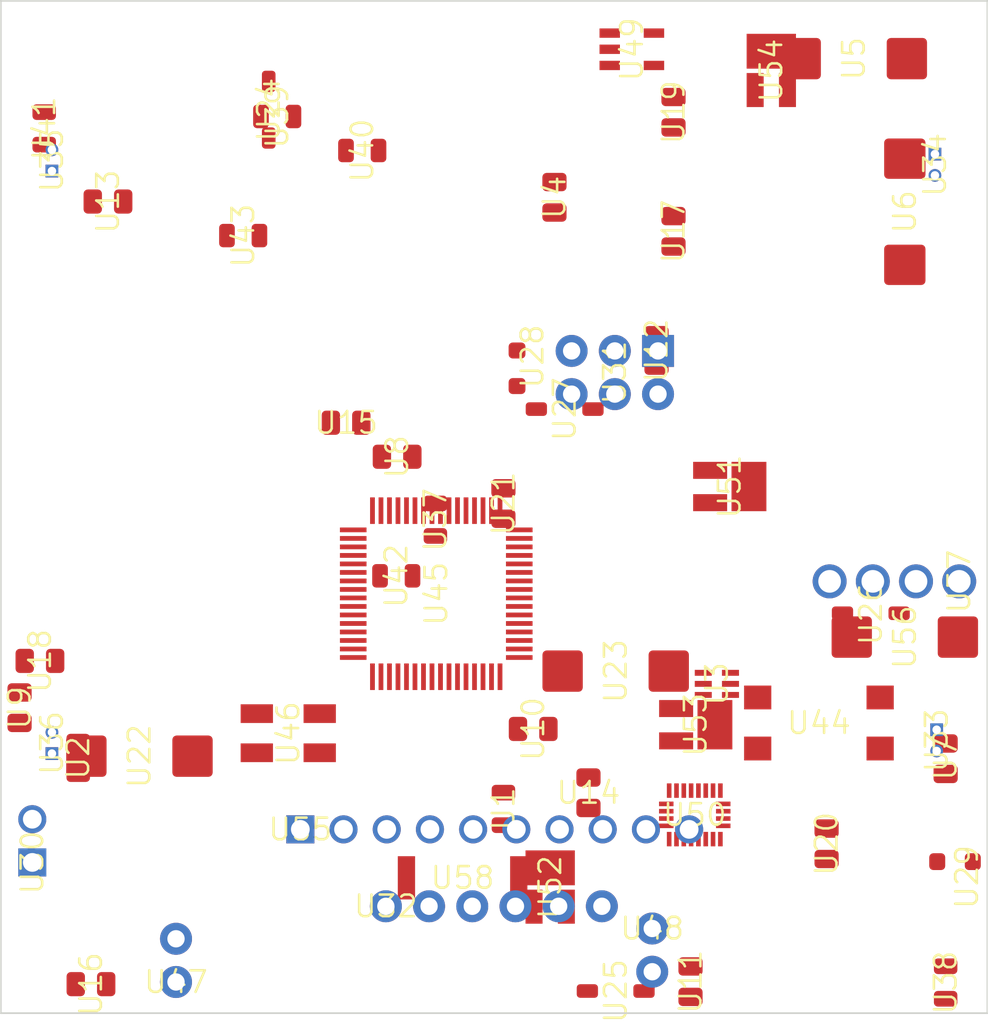
<source format=kicad_pcb>
(kicad_pcb (version 20171130) (host pcbnew "(5.1.4-0-10_14)")
  (layers (0 Top signal) (1 Route2 signal) (2 Route15 signal) (31 Bottom signal) (34 B.Paste user) (35 F.Paste user) (36 B.SilkS user) (37 F.SilkS user) (38 B.Mask user) (39 F.Mask user hide) (44 Edge.Cuts user))
  (net 0 "")
  (net 1 3V3)
  (net 2 GND)
  (net 3 VBAT)
  (net 4 BAT_GND)
  (net 5 "Net-(B1-Pad3)")
  (net 6 "Net-(B1-Pad4)")
  (net 7 "Net-(C3-Pad1)")
  (net 8 "Net-(C1-Pad1)")
  (net 9 "Net-(C2-Pad1)")
  (net 10 /PWM3)
  (net 11 /PWM2)
  (net 12 /PWM1)
  (net 13 /TX0)
  (net 14 /RX0)
  (net 15 /PWM4)
  (net 16 /MISO)
  (net 17 /MOSI)
  (net 18 /SCK)
  (net 19 /SDA)
  (net 20 /SCL)
  (net 21 "Net-(C4-Pad1)")
  (net 22 /RESET)
  (net 23 "Net-(D1-PadA)")
  (net 24 "Net-(C18-Pad1)")
  (net 25 "Net-(C19-Pad1)")
  (net 26 "Net-(B1-Pad2)")
  (net 27 "Net-(B1-Pad1)")
  (net 28 "Net-(D2-PadA)")
  (net 29 "Net-(D3-PadA)")
  (net 30 "Net-(D4-PadA)")
  (net 31 /DTR)
  (net 32 "Net-(D7-Pad1)")
  (net 33 "Net-(D8-Pad2)")
  (net 34 /LED2)
  (net 35 /LED1)
  (module quadcopter:LEDSC125X200X120-2_HS (layer Top) (at 175.601100 125.850000 180.000000)
    (fp_text reference U29 (at -0.7 -0.9 270) (layer F.SilkS) (effects (font (size 1.27 1.27))))
    (fp_text value "" (at -0.7 -0.9 270) (layer F.SilkS) (effects (font (size 1.27 1.27))))
    (pad 1 smd roundrect (at -1.045 0) (size 0.94 0.99) (layers Top) (roundrect_rratio 0.255) (net 2 GND))
    (pad 2 smd roundrect (at 1.045 0 180.000000) (size 0.94 0.99) (layers Top) (roundrect_rratio 0.255) (net 33 "Net-(D8-Pad2)"))
  )
  (module quadcopter:LEDSC125X200X120-2_HS (layer Top) (at 149.850000 96.850000 270.000000)
    (fp_text reference U28 (at -0.7 -0.9 270) (layer F.SilkS) (effects (font (size 1.27 1.27))))
    (fp_text value "" (at -0.7 -0.9 270) (layer F.SilkS) (effects (font (size 1.27 1.27))))
    (pad 1 smd roundrect (at -1.045 0 90.000000) (size 0.94 0.99) (layers Top) (roundrect_rratio 0.255) (net 32 "Net-(D7-Pad1)"))
    (pad 2 smd roundrect (at 1.045 0 270.000000) (size 0.94 0.99) (layers Top) (roundrect_rratio 0.255) (net 2 GND))
  )
  (module quadcopter:FTDI_BASIC_2PIN_2 (layer Bottom) (at 129.800000 131.653600 90.000000)
    (fp_text reference U47 (at -1.27 0 180) (layer F.SilkS) (effects (font (size 1.27 1.27))))
    (fp_text value "" (at -1.27 0 180) (layer F.SilkS) (effects (font (size 1.27 1.27))))
    (pad DTR thru_hole circle (at -1.27 0) (size 1.8796 1.8796) (drill 1.016) (layers *.Cu *.Mask) (net 31 /DTR))
    (pad CTS thru_hole circle (at 1.27 0) (size 1.8796 1.8796) (drill 1.016) (layers *.Cu *.Mask) (net 2 GND))
  )
  (module quadcopter:HDRVR4W80P254_1X4_1066X254X850B (layer Top) (at 172.038600 109.375000 180.000000)
    (fp_text reference U57 (at -3.81 0 90) (layer F.SilkS) (effects (font (size 1.27 1.27))))
    (fp_text value "" (at -3.81 0 90) (layer F.SilkS) (effects (font (size 1.27 1.27))))
    (pad 4 thru_hole circle (at 3.81 0 180.000000) (size 1.9971 1.9971) (drill 1.3314) (layers *.Cu *.Mask) (net 19 /SDA))
    (pad 3 thru_hole circle (at 1.27 0 180.000000) (size 1.9971 1.9971) (drill 1.3314) (layers *.Cu *.Mask) (net 20 /SCL))
    (pad 2 thru_hole circle (at -1.27 0 180.000000) (size 1.9971 1.9971) (drill 1.3314) (layers *.Cu *.Mask) (net 2 GND))
    (pad 1 thru_hole circle (at -3.81 0 180.000000) (size 1.9971 1.9971) (drill 1.3314) (layers *.Cu *.Mask) (net 1 3V3))
  )
  (module quadcopter:FTDI_BASIC (layer Top) (at 148.488400 128.473200)
    (fp_text reference U32 (at -6.35 0) (layer F.SilkS) (effects (font (size 1.27 1.27))))
    (fp_text value "" (at -6.35 0) (layer F.SilkS) (effects (font (size 1.27 1.27))))
    (pad VCC thru_hole circle (at 1.27 0 90.000000) (size 1.8796 1.8796) (drill 1.016) (layers *.Cu *.Mask) (net 1 3V3))
    (pad TXO thru_hole circle (at -1.27 0 90.000000) (size 1.8796 1.8796) (drill 1.016) (layers *.Cu *.Mask) (net 14 /RX0))
    (pad RXI thru_hole circle (at -3.81 0 90.000000) (size 1.8796 1.8796) (drill 1.016) (layers *.Cu *.Mask) (net 13 /TX0))
    (pad GND thru_hole circle (at 6.35 0 90.000000) (size 1.8796 1.8796) (drill 1.016) (layers *.Cu *.Mask) (net 2 GND))
    (pad DTR thru_hole circle (at -6.35 0 90.000000) (size 1.8796 1.8796) (drill 1.016) (layers *.Cu *.Mask) (net 31 /DTR))
    (pad CTS thru_hole circle (at 3.81 0 90.000000) (size 1.8796 1.8796) (drill 1.016) (layers *.Cu *.Mask))
  )
  (module quadcopter:HDRV10W63P254_10X1_2540X254H838_HS (layer Top) (at 148.539200 123.952000)
    (fp_text reference U55 (at -11.43 0) (layer F.SilkS) (effects (font (size 1.27 1.27))))
    (fp_text value "" (at -11.43 0) (layer F.SilkS) (effects (font (size 1.27 1.27))))
    (pad 9 thru_hole circle (at 8.89 0) (size 1.65 1.65) (drill 1.1) (layers *.Cu *.Mask) (net 19 /SDA))
    (pad 8 thru_hole circle (at 6.35 0) (size 1.65 1.65) (drill 1.1) (layers *.Cu *.Mask) (net 1 3V3))
    (pad 7 thru_hole circle (at 3.81 0) (size 1.65 1.65) (drill 1.1) (layers *.Cu *.Mask) (net 3 VBAT))
    (pad 6 thru_hole circle (at 1.27 0) (size 1.65 1.65) (drill 1.1) (layers *.Cu *.Mask) (net 12 /PWM1))
    (pad 5 thru_hole circle (at -1.27 0) (size 1.65 1.65) (drill 1.1) (layers *.Cu *.Mask) (net 11 /PWM2))
    (pad 4 thru_hole circle (at -3.81 0) (size 1.65 1.65) (drill 1.1) (layers *.Cu *.Mask) (net 10 /PWM3))
    (pad 3 thru_hole circle (at -6.35 0) (size 1.65 1.65) (drill 1.1) (layers *.Cu *.Mask) (net 15 /PWM4))
    (pad 2 thru_hole circle (at -8.89 0) (size 1.65 1.65) (drill 1.1) (layers *.Cu *.Mask) (net 4 BAT_GND))
    (pad 10 thru_hole circle (at 11.43 0) (size 1.65 1.65) (drill 1.1) (layers *.Cu *.Mask) (net 20 /SCL))
    (pad 1 thru_hole rect (at -11.43 0) (size 1.65 1.65) (drill 1.1) (layers *.Cu *.Mask) (net 2 GND))
  )
  (module quadcopter:MALE_HEADER_2X1_0.1IN (layer Top) (at 121.350000 124.625000 90.000000)
    (fp_text reference U30 (at -1.27 0 270) (layer F.SilkS) (effects (font (size 1.27 1.27))))
    (fp_text value "" (at -1.27 0 270) (layer F.SilkS) (effects (font (size 1.27 1.27))))
    (pad 2 thru_hole circle (at 1.27 0 170.000000) (size 1.65 1.65) (drill 1.1) (layers *.Cu *.Mask) (net 3 VBAT))
    (pad 1 thru_hole rect (at -1.27 0 90.000000) (size 1.65 1.65) (drill 1.1) (layers *.Cu *.Mask) (net 4 BAT_GND))
  )
  (module quadcopter:FTDI_BASIC_2PIN_1 (layer Bottom) (at 157.800000 131.050000 270.000000)
    (fp_text reference U48 (at -1.27 0) (layer F.SilkS) (effects (font (size 1.27 1.27))))
    (fp_text value "" (at -1.27 0) (layer F.SilkS) (effects (font (size 1.27 1.27))))
    (pad TXO thru_hole circle (at -1.27 0 180.000000) (size 1.8796 1.8796) (drill 1.016) (layers *.Cu *.Mask) (net 14 /RX0))
    (pad RXI thru_hole circle (at 1.27 0 180.000000) (size 1.8796 1.8796) (drill 1.016) (layers *.Cu *.Mask) (net 13 /TX0))
  )
  (module quadcopter:MOLEX-0530470210 (layer Top) (at 175.158400 118.719600 90.000000)
    (fp_text reference U33 (at 0 -0.635 90) (layer F.SilkS) (effects (font (size 1.27 1.27))))
    (fp_text value "" (at 0 -0.635 90) (layer F.SilkS) (effects (font (size 1.27 1.27))))
    (pad 2 thru_hole circle (at -0.625 -0.635 90.000000) (size 0.75 0.75) (drill 0.5) (layers *.Cu *.Mask) (net 23 "Net-(D1-PadA)"))
    (pad 1 thru_hole rect (at 0.625 -0.635 90.000000) (size 0.75 0.75) (drill 0.5) (layers *.Cu *.Mask) (net 3 VBAT))
  )
  (module quadcopter:MOLEX-0530470210 (layer Top) (at 175.056800 84.886800 90.000000)
    (fp_text reference U34 (at 0 -0.635 90) (layer F.SilkS) (effects (font (size 1.27 1.27))))
    (fp_text value "" (at 0 -0.635 90) (layer F.SilkS) (effects (font (size 1.27 1.27))))
    (pad 2 thru_hole circle (at -0.625 -0.635 90.000000) (size 0.75 0.75) (drill 0.5) (layers *.Cu *.Mask) (net 28 "Net-(D2-PadA)"))
    (pad 1 thru_hole rect (at 0.625 -0.635 90.000000) (size 0.75 0.75) (drill 0.5) (layers *.Cu *.Mask) (net 3 VBAT))
  )
  (module quadcopter:MOLEX-0530470210 (layer Top) (at 121.869200 118.872000 270.000000)
    (fp_text reference U36 (at 0 -0.635 270) (layer F.SilkS) (effects (font (size 1.27 1.27))))
    (fp_text value "" (at 0 -0.635 270) (layer F.SilkS) (effects (font (size 1.27 1.27))))
    (pad 2 thru_hole circle (at -0.625 -0.635 270.000000) (size 0.75 0.75) (drill 0.5) (layers *.Cu *.Mask) (net 30 "Net-(D4-PadA)"))
    (pad 1 thru_hole rect (at 0.625 -0.635 270.000000) (size 0.75 0.75) (drill 0.5) (layers *.Cu *.Mask) (net 3 VBAT))
  )
  (module quadcopter:MOLEX-0530470210 (layer Top) (at 121.869200 84.632800 270.000000)
    (fp_text reference U35 (at 0 -0.635 270) (layer F.SilkS) (effects (font (size 1.27 1.27))))
    (fp_text value "" (at 0 -0.635 270) (layer F.SilkS) (effects (font (size 1.27 1.27))))
    (pad 2 thru_hole circle (at -0.625 -0.635 270.000000) (size 0.75 0.75) (drill 0.5) (layers *.Cu *.Mask) (net 29 "Net-(D3-PadA)"))
    (pad 1 thru_hole rect (at 0.625 -0.635 270.000000) (size 0.75 0.75) (drill 0.5) (layers *.Cu *.Mask) (net 3 VBAT))
  )
  (module quadcopter:RESC2012X60_HS (layer Top) (at 149.050000 122.750000 270.000000)
    (fp_text reference U1 (at 0 0 90) (layer F.SilkS) (effects (font (size 1.27 1.27))))
    (fp_text value "" (at 0 0 90) (layer F.SilkS) (effects (font (size 1.27 1.27))))
    (pad 1 smd roundrect (at -0.955 0 90.000000) (size 0.92 1.38) (layers Top) (net 32 "Net-(D7-Pad1)"))
    (pad 2 smd roundrect (at 0.955 0 270.000000) (size 0.92 1.38) (layers Top) (net 34 /LED2))
  )
  (module quadcopter:RESC2012X60_HS (layer Top) (at 124.050000 119.750000 270.000000)
    (fp_text reference U2 (at 0 0 90) (layer F.SilkS) (effects (font (size 1.27 1.27))))
    (fp_text value "" (at 0 0 90) (layer F.SilkS) (effects (font (size 1.27 1.27))))
    (pad 1 smd roundrect (at -0.955 0 90.000000) (size 0.92 1.38) (layers Top) (net 33 "Net-(D8-Pad2)"))
    (pad 2 smd roundrect (at 0.955 0 270.000000) (size 0.92 1.38) (layers Top) (net 35 /LED1))
  )
  (module quadcopter:BALUN (layer Top) (at 161.600000 115.400000 270.000000)
    (fp_text reference U3 (at 0 0 270) (layer F.SilkS) (effects (font (size 1.27 1.27))))
    (fp_text value "" (at 0 0 270) (layer F.SilkS) (effects (font (size 1.27 1.27))))
    (pad 6 smd rect (at -0.65 -0.8 270.000000) (size 0.35 1) (layers Top F.Mask F.Paste))
    (pad 5 smd rect (at 0 -0.8 270.000000) (size 0.35 1) (layers Top F.Mask F.Paste) (net 2 GND))
    (pad 4 smd rect (at 0.65 -0.8 270.000000) (size 0.35 1) (layers Top F.Mask F.Paste) (net 6 "Net-(B1-Pad4)"))
    (pad 3 smd rect (at 0.65 0.8 270.000000) (size 0.35 1) (layers Top F.Mask F.Paste) (net 5 "Net-(B1-Pad3)"))
    (pad 2 smd rect (at 0 0.8 270.000000) (size 0.35 1) (layers Top F.Mask F.Paste) (net 26 "Net-(B1-Pad2)"))
    (pad 1 smd rect (at -0.65 0.8 270.000000) (size 0.35 1) (layers Top F.Mask F.Paste) (net 27 "Net-(B1-Pad1)"))
  )
  (module quadcopter:CAPC2012X140_HS (layer Top) (at 152.050000 86.800000 270.000000)
    (fp_text reference U4 (at 0 0 90) (layer F.SilkS) (effects (font (size 1.27 1.27))))
    (fp_text value "" (at 0 0 90) (layer F.SilkS) (effects (font (size 1.27 1.27))))
    (pad 2 smd roundrect (at 0.895 0 270.000000) (size 1.08 1.42) (layers Top) (roundrect_rratio 0.23) (net 2 GND))
    (pad 1 smd roundrect (at -0.895 0 90.000000) (size 1.08 1.42) (layers Top) (roundrect_rratio 0.23) (net 8 "Net-(C1-Pad1)"))
  )
  (module quadcopter:CAPMP7343X310_HS (layer Top) (at 169.650000 78.650000)
    (fp_text reference U5 (at 0 0 270) (layer F.SilkS) (effects (font (size 1.27 1.27))))
    (fp_text value "" (at 0 0 270) (layer F.SilkS) (effects (font (size 1.27 1.27))))
    (pad 2 smd roundrect (at 3.12 0) (size 2.37 2.43) (layers Top) (roundrect_rratio 0.105) (net 4 BAT_GND))
    (pad 1 smd roundrect (at -3.12 0 180.000000) (size 2.37 2.43) (layers Top) (roundrect_rratio 0.105) (net 3 VBAT))
  )
  (module quadcopter:CAPMP7343X310_HS (layer Top) (at 172.650000 87.650000 90.000000)
    (fp_text reference U6 (at 0 0 270) (layer F.SilkS) (effects (font (size 1.27 1.27))))
    (fp_text value "" (at 0 0 270) (layer F.SilkS) (effects (font (size 1.27 1.27))))
    (pad 2 smd roundrect (at 3.12 0 90.000000) (size 2.37 2.43) (layers Top) (roundrect_rratio 0.105) (net 4 BAT_GND))
    (pad 1 smd roundrect (at -3.12 0 270.000000) (size 2.37 2.43) (layers Top) (roundrect_rratio 0.105) (net 3 VBAT))
  )
  (module quadcopter:CAPC2012X140_HS (layer Top) (at 175.050000 119.800000 270.000000)
    (fp_text reference U7 (at 0 0 270) (layer F.SilkS) (effects (font (size 1.27 1.27))))
    (fp_text value "" (at 0 0 270) (layer F.SilkS) (effects (font (size 1.27 1.27))))
    (pad 2 smd roundrect (at 0.895 0 270.000000) (size 1.08 1.42) (layers Top) (roundrect_rratio 0.23) (net 4 BAT_GND))
    (pad 1 smd roundrect (at -0.895 0 90.000000) (size 1.08 1.42) (layers Top) (roundrect_rratio 0.23) (net 3 VBAT))
  )
  (module quadcopter:CAPC2012X140_HS (layer Top) (at 142.800000 102.050000 180.000000)
    (fp_text reference U8 (at 0 0 270) (layer F.SilkS) (effects (font (size 1.27 1.27))))
    (fp_text value "" (at 0 0 270) (layer F.SilkS) (effects (font (size 1.27 1.27))))
    (pad 2 smd roundrect (at 0.895 0 180.000000) (size 1.08 1.42) (layers Top) (roundrect_rratio 0.23) (net 2 GND))
    (pad 1 smd roundrect (at -0.895 0) (size 1.08 1.42) (layers Top) (roundrect_rratio 0.23) (net 1 3V3))
  )
  (module quadcopter:CAPC2012X140_HS (layer Top) (at 120.601100 116.800000 90.000000)
    (fp_text reference U9 (at 0 0 270) (layer F.SilkS) (effects (font (size 1.27 1.27))))
    (fp_text value "" (at 0 0 270) (layer F.SilkS) (effects (font (size 1.27 1.27))))
    (pad 2 smd roundrect (at 0.895 0 90.000000) (size 1.08 1.42) (layers Top) (roundrect_rratio 0.23) (net 22 /RESET))
    (pad 1 smd roundrect (at -0.895 0 270.000000) (size 1.08 1.42) (layers Top) (roundrect_rratio 0.23) (net 31 /DTR))
  )
  (module quadcopter:CAPC2012X140_HS (layer Top) (at 150.800000 118.050000)
    (fp_text reference U10 (at 0 0 270) (layer F.SilkS) (effects (font (size 1.27 1.27))))
    (fp_text value "" (at 0 0 270) (layer F.SilkS) (effects (font (size 1.27 1.27))))
    (pad 2 smd roundrect (at 0.895 0) (size 1.08 1.42) (layers Top) (roundrect_rratio 0.23) (net 2 GND))
    (pad 1 smd roundrect (at -0.895 0 180.000000) (size 1.08 1.42) (layers Top) (roundrect_rratio 0.23) (net 24 "Net-(C18-Pad1)"))
  )
  (module quadcopter:CAPC2012X140_HS (layer Top) (at 160.050000 132.903600 90.000000)
    (fp_text reference U11 (at 0 0 270) (layer F.SilkS) (effects (font (size 1.27 1.27))))
    (fp_text value "" (at 0 0 270) (layer F.SilkS) (effects (font (size 1.27 1.27))))
    (pad 2 smd roundrect (at 0.895 0 90.000000) (size 1.08 1.42) (layers Top) (roundrect_rratio 0.23) (net 2 GND))
    (pad 1 smd roundrect (at -0.895 0 270.000000) (size 1.08 1.42) (layers Top) (roundrect_rratio 0.23) (net 25 "Net-(C19-Pad1)"))
  )
  (module quadcopter:CAPC2012X140_HS (layer Top) (at 158.050000 95.800000 90.000000)
    (fp_text reference U12 (at 0 0 270) (layer F.SilkS) (effects (font (size 1.27 1.27))))
    (fp_text value "" (at 0 0 270) (layer F.SilkS) (effects (font (size 1.27 1.27))))
    (pad 2 smd roundrect (at 0.895 0 90.000000) (size 1.08 1.42) (layers Top) (roundrect_rratio 0.23) (net 2 GND))
    (pad 1 smd roundrect (at -0.895 0 270.000000) (size 1.08 1.42) (layers Top) (roundrect_rratio 0.23) (net 9 "Net-(C2-Pad1)"))
  )
  (module quadcopter:CAPC2012X140_HS (layer Top) (at 125.800000 87.050000)
    (fp_text reference U13 (at 0 0 270) (layer F.SilkS) (effects (font (size 1.27 1.27))))
    (fp_text value "" (at 0 0 270) (layer F.SilkS) (effects (font (size 1.27 1.27))))
    (pad 2 smd roundrect (at 0.895 0) (size 1.08 1.42) (layers Top) (roundrect_rratio 0.23) (net 2 GND))
    (pad 1 smd roundrect (at -0.895 0 180.000000) (size 1.08 1.42) (layers Top) (roundrect_rratio 0.23) (net 1 3V3))
  )
  (module quadcopter:CAPC2012X140_HS (layer Top) (at 154.050000 121.800000 90.000000)
    (fp_text reference U14 (at 0 0 180) (layer F.SilkS) (effects (font (size 1.27 1.27))))
    (fp_text value "" (at 0 0 180) (layer F.SilkS) (effects (font (size 1.27 1.27))))
    (pad 2 smd roundrect (at 0.895 0 90.000000) (size 1.08 1.42) (layers Top) (roundrect_rratio 0.23) (net 2 GND))
    (pad 1 smd roundrect (at -0.895 0 270.000000) (size 1.08 1.42) (layers Top) (roundrect_rratio 0.23) (net 26 "Net-(B1-Pad2)"))
  )
  (module quadcopter:CAPC2012X140_HS (layer Top) (at 139.800000 100.050000)
    (fp_text reference U15 (at 0 0) (layer F.SilkS) (effects (font (size 1.27 1.27))))
    (fp_text value "" (at 0 0) (layer F.SilkS) (effects (font (size 1.27 1.27))))
    (pad 2 smd roundrect (at 0.895 0) (size 1.08 1.42) (layers Top) (roundrect_rratio 0.23) (net 2 GND))
    (pad 1 smd roundrect (at -0.895 0 180.000000) (size 1.08 1.42) (layers Top) (roundrect_rratio 0.23) (net 27 "Net-(B1-Pad1)"))
  )
  (module quadcopter:CAPC2012X140_HS (layer Top) (at 124.800000 133.050000 180.000000)
    (fp_text reference U16 (at 0 0 90) (layer F.SilkS) (effects (font (size 1.27 1.27))))
    (fp_text value "" (at 0 0 90) (layer F.SilkS) (effects (font (size 1.27 1.27))))
    (pad 2 smd roundrect (at 0.895 0 180.000000) (size 1.08 1.42) (layers Top) (roundrect_rratio 0.23) (net 2 GND))
    (pad 1 smd roundrect (at -0.895 0) (size 1.08 1.42) (layers Top) (roundrect_rratio 0.23) (net 1 3V3))
  )
  (module quadcopter:CAPC2012X140_HS (layer Top) (at 159.050000 88.800000 90.000000)
    (fp_text reference U17 (at 0 0 270) (layer F.SilkS) (effects (font (size 1.27 1.27))))
    (fp_text value "" (at 0 0 270) (layer F.SilkS) (effects (font (size 1.27 1.27))))
    (pad 2 smd roundrect (at 0.895 0 90.000000) (size 1.08 1.42) (layers Top) (roundrect_rratio 0.23) (net 2 GND))
    (pad 1 smd roundrect (at -0.895 0 270.000000) (size 1.08 1.42) (layers Top) (roundrect_rratio 0.23) (net 1 3V3))
  )
  (module quadcopter:CAPC2012X140_HS (layer Top) (at 121.800000 114.050000 180.000000)
    (fp_text reference U18 (at 0 0 90) (layer F.SilkS) (effects (font (size 1.27 1.27))))
    (fp_text value "" (at 0 0 90) (layer F.SilkS) (effects (font (size 1.27 1.27))))
    (pad 2 smd roundrect (at 0.895 0 180.000000) (size 1.08 1.42) (layers Top) (roundrect_rratio 0.23) (net 2 GND))
    (pad 1 smd roundrect (at -0.895 0) (size 1.08 1.42) (layers Top) (roundrect_rratio 0.23) (net 1 3V3))
  )
  (module quadcopter:CAPC2012X140_HS (layer Top) (at 159.050000 81.800000 90.000000)
    (fp_text reference U19 (at 0 0 270) (layer F.SilkS) (effects (font (size 1.27 1.27))))
    (fp_text value "" (at 0 0 270) (layer F.SilkS) (effects (font (size 1.27 1.27))))
    (pad 2 smd roundrect (at 0.895 0 90.000000) (size 1.08 1.42) (layers Top) (roundrect_rratio 0.23) (net 2 GND))
    (pad 1 smd roundrect (at -0.895 0 270.000000) (size 1.08 1.42) (layers Top) (roundrect_rratio 0.23) (net 1 3V3))
  )
  (module quadcopter:CAPC2012X140_HS (layer Top) (at 168.050000 124.800000 270.000000)
    (fp_text reference U20 (at 0 0 90) (layer F.SilkS) (effects (font (size 1.27 1.27))))
    (fp_text value "" (at 0 0 90) (layer F.SilkS) (effects (font (size 1.27 1.27))))
    (pad 2 smd roundrect (at 0.895 0 270.000000) (size 1.08 1.42) (layers Top) (roundrect_rratio 0.23) (net 2 GND))
    (pad 1 smd roundrect (at -0.895 0 90.000000) (size 1.08 1.42) (layers Top) (roundrect_rratio 0.23) (net 7 "Net-(C3-Pad1)"))
  )
  (module quadcopter:CAPC2012X140_HS (layer Top) (at 149.050000 104.800000 270.000000)
    (fp_text reference U21 (at 0 0 90) (layer F.SilkS) (effects (font (size 1.27 1.27))))
    (fp_text value "" (at 0 0 90) (layer F.SilkS) (effects (font (size 1.27 1.27))))
    (pad 2 smd roundrect (at 0.895 0 270.000000) (size 1.08 1.42) (layers Top) (roundrect_rratio 0.23) (net 2 GND))
    (pad 1 smd roundrect (at -0.895 0 90.000000) (size 1.08 1.42) (layers Top) (roundrect_rratio 0.23) (net 21 "Net-(C4-Pad1)"))
  )
  (module quadcopter:CAPMP7343X310_HS (layer Top) (at 127.650000 119.650000)
    (fp_text reference U22 (at 0 0 270) (layer F.SilkS) (effects (font (size 1.27 1.27))))
    (fp_text value "" (at 0 0 270) (layer F.SilkS) (effects (font (size 1.27 1.27))))
    (pad 2 smd roundrect (at 3.12 0) (size 2.37 2.43) (layers Top) (roundrect_rratio 0.105) (net 4 BAT_GND))
    (pad 1 smd roundrect (at -3.12 0 180.000000) (size 2.37 2.43) (layers Top) (roundrect_rratio 0.105) (net 3 VBAT))
  )
  (module quadcopter:CAPMP7343X310_HS (layer Top) (at 155.650000 114.650000)
    (fp_text reference U23 (at 0 0 270) (layer F.SilkS) (effects (font (size 1.27 1.27))))
    (fp_text value "" (at 0 0 270) (layer F.SilkS) (effects (font (size 1.27 1.27))))
    (pad 2 smd roundrect (at 3.12 0) (size 2.37 2.43) (layers Top) (roundrect_rratio 0.105) (net 4 BAT_GND))
    (pad 1 smd roundrect (at -3.12 0 180.000000) (size 2.37 2.43) (layers Top) (roundrect_rratio 0.105) (net 3 VBAT))
  )
  (module quadcopter:SOD3716X135_HS (layer Top) (at 135.250000 81.650000 90.000000)
    (fp_text reference U24 (at 0 0 270) (layer F.SilkS) (effects (font (size 1.27 1.27))))
    (fp_text value "" (at 0 0 270) (layer F.SilkS) (effects (font (size 1.27 1.27))))
    (pad C smd roundrect (at -1.665 0 270.000000) (size 1.25 0.8) (layers Top) (net 3 VBAT))
    (pad A smd roundrect (at 1.665 0 90.000000) (size 1.25 0.8) (layers Top) (net 23 "Net-(D1-PadA)"))
  )
  (module quadcopter:SOD3716X135_HS (layer Top) (at 155.650000 133.453600 180.000000)
    (fp_text reference U25 (at 0 0 270) (layer F.SilkS) (effects (font (size 1.27 1.27))))
    (fp_text value "" (at 0 0 270) (layer F.SilkS) (effects (font (size 1.27 1.27))))
    (pad C smd roundrect (at -1.665 0) (size 1.25 0.8) (layers Top) (net 3 VBAT))
    (pad A smd roundrect (at 1.665 0 180.000000) (size 1.25 0.8) (layers Top) (net 28 "Net-(D2-PadA)"))
  )
  (module quadcopter:SOD3716X135_HS (layer Top) (at 170.650000 111.250000)
    (fp_text reference U26 (at 0 0 270) (layer F.SilkS) (effects (font (size 1.27 1.27))))
    (fp_text value "" (at 0 0 270) (layer F.SilkS) (effects (font (size 1.27 1.27))))
    (pad C smd roundrect (at -1.665 0 180.000000) (size 1.25 0.8) (layers Top) (net 3 VBAT))
    (pad A smd roundrect (at 1.665 0) (size 1.25 0.8) (layers Top) (net 29 "Net-(D3-PadA)"))
  )
  (module quadcopter:SOD3716X135_HS (layer Top) (at 152.650000 99.250000)
    (fp_text reference U27 (at 0 0 270) (layer F.SilkS) (effects (font (size 1.27 1.27))))
    (fp_text value "" (at 0 0 270) (layer F.SilkS) (effects (font (size 1.27 1.27))))
    (pad C smd roundrect (at -1.665 0 180.000000) (size 1.25 0.8) (layers Top) (net 3 VBAT))
    (pad A smd roundrect (at 1.665 0) (size 1.25 0.8) (layers Top) (net 30 "Net-(D4-PadA)"))
  )
  (module quadcopter:2X3-NS (layer Top) (at 155.600000 97.100000 180.000000)
    (fp_text reference U31 (at 0 0 90) (layer F.SilkS) (effects (font (size 1.27 1.27))))
    (fp_text value "" (at 0 0 90) (layer F.SilkS) (effects (font (size 1.27 1.27))))
    (pad 6 thru_hole circle (at 2.54 -1.27 180.000000) (size 1.8796 1.8796) (drill 1.016) (layers *.Cu *.Mask) (net 2 GND))
    (pad 5 thru_hole circle (at 2.54 1.27 180.000000) (size 1.8796 1.8796) (drill 1.016) (layers *.Cu *.Mask) (net 22 /RESET))
    (pad 4 thru_hole circle (at 0 -1.27 180.000000) (size 1.8796 1.8796) (drill 1.016) (layers *.Cu *.Mask) (net 17 /MOSI))
    (pad 3 thru_hole circle (at 0 1.27 180.000000) (size 1.8796 1.8796) (drill 1.016) (layers *.Cu *.Mask) (net 18 /SCK))
    (pad 2 thru_hole circle (at -2.54 -1.27 180.000000) (size 1.8796 1.8796) (drill 1.016) (layers *.Cu *.Mask))
    (pad 1 thru_hole rect (at -2.54 1.27 180.000000) (size 1.8796 1.8796) (drill 1.016) (layers *.Cu *.Mask) (net 16 /MISO))
  )
  (module quadcopter:RESC2012X60_HS (layer Top) (at 145.050000 105.750000 270.000000)
    (fp_text reference U37 (at 0 0 90) (layer F.SilkS) (effects (font (size 1.27 1.27))))
    (fp_text value "" (at 0 0 90) (layer F.SilkS) (effects (font (size 1.27 1.27))))
    (pad 1 smd roundrect (at -0.955 0 90.000000) (size 0.92 1.38) (layers Top) (net 22 /RESET))
    (pad 2 smd roundrect (at 0.955 0 270.000000) (size 0.92 1.38) (layers Top) (net 1 3V3))
  )
  (module quadcopter:RESC2012X60_HS (layer Top) (at 175.050000 132.953600 270.000000)
    (fp_text reference U38 (at 0 0 90) (layer F.SilkS) (effects (font (size 1.27 1.27))))
    (fp_text value "" (at 0 0 90) (layer F.SilkS) (effects (font (size 1.27 1.27))))
    (pad 1 smd roundrect (at -0.955 0 90.000000) (size 0.92 1.38) (layers Top) (net 19 /SDA))
    (pad 2 smd roundrect (at 0.955 0 270.000000) (size 0.92 1.38) (layers Top) (net 1 3V3))
  )
  (module quadcopter:RESC2012X60_HS (layer Top) (at 135.750000 82.050000)
    (fp_text reference U39 (at 0 0 90) (layer F.SilkS) (effects (font (size 1.27 1.27))))
    (fp_text value "" (at 0 0 90) (layer F.SilkS) (effects (font (size 1.27 1.27))))
    (pad 1 smd roundrect (at -0.955 0 180.000000) (size 0.92 1.38) (layers Top) (net 20 /SCL))
    (pad 2 smd roundrect (at 0.955 0) (size 0.92 1.38) (layers Top) (net 1 3V3))
  )
  (module quadcopter:RESC2012X60_HS (layer Top) (at 140.750000 84.050000 180.000000)
    (fp_text reference U40 (at 0 0 270) (layer F.SilkS) (effects (font (size 1.27 1.27))))
    (fp_text value "" (at 0 0 270) (layer F.SilkS) (effects (font (size 1.27 1.27))))
    (pad 1 smd roundrect (at -0.955 0) (size 0.92 1.38) (layers Top) (net 12 /PWM1))
    (pad 2 smd roundrect (at 0.955 0 180.000000) (size 0.92 1.38) (layers Top) (net 2 GND))
  )
  (module quadcopter:RESC2012X60_HS (layer Top) (at 122.050000 82.750000 90.000000)
    (fp_text reference U41 (at 0 0 90) (layer F.SilkS) (effects (font (size 1.27 1.27))))
    (fp_text value "" (at 0 0 90) (layer F.SilkS) (effects (font (size 1.27 1.27))))
    (pad 1 smd roundrect (at -0.955 0 270.000000) (size 0.92 1.38) (layers Top) (net 11 /PWM2))
    (pad 2 smd roundrect (at 0.955 0 90.000000) (size 0.92 1.38) (layers Top) (net 2 GND))
  )
  (module quadcopter:RESC2012X60_HS (layer Top) (at 142.750000 109.050000 180.000000)
    (fp_text reference U42 (at 0 0 90) (layer F.SilkS) (effects (font (size 1.27 1.27))))
    (fp_text value "" (at 0 0 90) (layer F.SilkS) (effects (font (size 1.27 1.27))))
    (pad 1 smd roundrect (at -0.955 0) (size 0.92 1.38) (layers Top) (net 10 /PWM3))
    (pad 2 smd roundrect (at 0.955 0 180.000000) (size 0.92 1.38) (layers Top) (net 2 GND))
  )
  (module quadcopter:RESC2012X60_HS (layer Top) (at 133.750000 89.050000 180.000000)
    (fp_text reference U43 (at 0 0 270) (layer F.SilkS) (effects (font (size 1.27 1.27))))
    (fp_text value "" (at 0 0 270) (layer F.SilkS) (effects (font (size 1.27 1.27))))
    (pad 1 smd roundrect (at -0.955 0) (size 0.92 1.38) (layers Top) (net 15 /PWM4))
    (pad 2 smd roundrect (at 0.955 0 180.000000) (size 0.92 1.38) (layers Top) (net 2 GND))
  )
  (module quadcopter:4.5MM_TACTILE_SWITCH_TL3305AF160QG (layer Top) (at 167.600000 117.700000 180.000000)
    (fp_text reference U44 (at 0 0 180) (layer F.SilkS) (effects (font (size 1.27 1.27))))
    (fp_text value "" (at 0 0 180) (layer F.SilkS) (effects (font (size 1.27 1.27))))
    (pad 4 smd rect (at 3.6 -1.5 270.000000) (size 1.4 1.6) (layers Top F.Mask F.Paste) (net 22 /RESET))
    (pad 3 smd rect (at -3.6 -1.5 270.000000) (size 1.4 1.6) (layers Top F.Mask F.Paste) (net 22 /RESET))
    (pad 2 smd rect (at 3.6 1.5 270.000000) (size 1.4 1.6) (layers Top F.Mask F.Paste) (net 2 GND))
    (pad 1 smd rect (at -3.6 1.5 270.000000) (size 1.4 1.6) (layers Top F.Mask F.Paste) (net 2 GND))
  )
  (module quadcopter:QFN-64 (layer Top) (at 145.100000 110.100000 180.000000)
    (fp_text reference U45 (at 0 0 270) (layer F.SilkS) (effects (font (size 1.27 1.27))))
    (fp_text value "" (at 0 0 270) (layer F.SilkS) (effects (font (size 1.27 1.27))))
    (pad 9 smd rect (at -4.881 0.25 90.000000) (size 0.28 1.562) (layers Top F.Mask F.Paste) (net 5 "Net-(B1-Pad3)"))
    (pad 8 smd rect (at -4.881 -0.25 90.000000) (size 0.28 1.562) (layers Top F.Mask F.Paste) (net 6 "Net-(B1-Pad4)"))
    (pad 7 smd rect (at -4.881 -0.75 90.000000) (size 0.28 1.562) (layers Top F.Mask F.Paste) (net 2 GND))
    (pad 64 smd rect (at -3.75 -4.881 180.000000) (size 0.28 1.562) (layers Top F.Mask F.Paste))
    (pad 63 smd rect (at -3.25 -4.881 180.000000) (size 0.28 1.562) (layers Top F.Mask F.Paste))
    (pad 62 smd rect (at -2.75 -4.881 180.000000) (size 0.28 1.562) (layers Top F.Mask F.Paste))
    (pad 61 smd rect (at -2.25 -4.881 180.000000) (size 0.28 1.562) (layers Top F.Mask F.Paste) (net 2 GND))
    (pad 60 smd rect (at -1.75 -4.881 180.000000) (size 0.28 1.562) (layers Top F.Mask F.Paste) (net 7 "Net-(C3-Pad1)"))
    (pad 6 smd rect (at -4.881 -1.25 90.000000) (size 0.28 1.562) (layers Top F.Mask F.Paste))
    (pad 59 smd rect (at -1.25 -4.881 180.000000) (size 0.28 1.562) (layers Top F.Mask F.Paste) (net 1 3V3))
    (pad 58 smd rect (at -0.75 -4.881 180.000000) (size 0.28 1.562) (layers Top F.Mask F.Paste) (net 2 GND))
    (pad 57 smd rect (at -0.25 -4.881 180.000000) (size 0.28 1.562) (layers Top F.Mask F.Paste) (net 8 "Net-(C1-Pad1)"))
    (pad 56 smd rect (at 0.25 -4.881 180.000000) (size 0.28 1.562) (layers Top F.Mask F.Paste) (net 9 "Net-(C2-Pad1)"))
    (pad 55 smd rect (at 0.75 -4.881 180.000000) (size 0.28 1.562) (layers Top F.Mask F.Paste) (net 2 GND))
    (pad 54 smd rect (at 1.25 -4.881 180.000000) (size 0.28 1.562) (layers Top F.Mask F.Paste) (net 1 3V3))
    (pad 53 smd rect (at 1.75 -4.881 180.000000) (size 0.28 1.562) (layers Top F.Mask F.Paste))
    (pad 52 smd rect (at 2.25 -4.881 180.000000) (size 0.28 1.562) (layers Top F.Mask F.Paste))
    (pad 51 smd rect (at 2.75 -4.881 180.000000) (size 0.28 1.562) (layers Top F.Mask F.Paste) (net 10 /PWM3))
    (pad 50 smd rect (at 3.25 -4.881 180.000000) (size 0.28 1.562) (layers Top F.Mask F.Paste) (net 11 /PWM2))
    (pad 5 smd rect (at -4.881 -1.75 90.000000) (size 0.28 1.562) (layers Top F.Mask F.Paste))
    (pad 49 smd rect (at 3.75 -4.881 180.000000) (size 0.28 1.562) (layers Top F.Mask F.Paste) (net 12 /PWM1))
    (pad 48 smd rect (at 4.881 -3.75 270.000000) (size 0.28 1.562) (layers Top F.Mask F.Paste))
    (pad 47 smd rect (at 4.881 -3.25 270.000000) (size 0.28 1.562) (layers Top F.Mask F.Paste) (net 13 /TX0))
    (pad 46 smd rect (at 4.881 -2.75 270.000000) (size 0.28 1.562) (layers Top F.Mask F.Paste) (net 14 /RX0))
    (pad 45 smd rect (at 4.881 -2.25 270.000000) (size 0.28 1.562) (layers Top F.Mask F.Paste) (net 2 GND))
    (pad 44 smd rect (at 4.881 -1.75 270.000000) (size 0.28 1.562) (layers Top F.Mask F.Paste) (net 1 3V3))
    (pad 43 smd rect (at 4.881 -1.25 270.000000) (size 0.28 1.562) (layers Top F.Mask F.Paste))
    (pad 42 smd rect (at 4.881 -0.75 270.000000) (size 0.28 1.562) (layers Top F.Mask F.Paste))
    (pad 41 smd rect (at 4.881 -0.25 270.000000) (size 0.28 1.562) (layers Top F.Mask F.Paste) (net 15 /PWM4))
    (pad 40 smd rect (at 4.881 0.25 270.000000) (size 0.28 1.562) (layers Top F.Mask F.Paste))
    (pad 4 smd rect (at -4.881 -2.25 90.000000) (size 0.28 1.562) (layers Top F.Mask F.Paste))
    (pad 39 smd rect (at 4.881 0.75 270.000000) (size 0.28 1.562) (layers Top F.Mask F.Paste) (net 16 /MISO))
    (pad 38 smd rect (at 4.881 1.25 270.000000) (size 0.28 1.562) (layers Top F.Mask F.Paste) (net 17 /MOSI))
    (pad 37 smd rect (at 4.881 1.75 270.000000) (size 0.28 1.562) (layers Top F.Mask F.Paste) (net 18 /SCK))
    (pad 36 smd rect (at 4.881 2.25 270.000000) (size 0.28 1.562) (layers Top F.Mask F.Paste))
    (pad 35 smd rect (at 4.881 2.75 270.000000) (size 0.28 1.562) (layers Top F.Mask F.Paste) (net 2 GND))
    (pad 34 smd rect (at 4.881 3.25 270.000000) (size 0.28 1.562) (layers Top F.Mask F.Paste) (net 1 3V3))
    (pad 33 smd rect (at 4.881 3.75 270.000000) (size 0.28 1.562) (layers Top F.Mask F.Paste) (net 2 GND))
    (pad 32 smd rect (at 3.75 4.881 180.000000) (size 0.28 1.562) (layers Top F.Mask F.Paste))
    (pad 31 smd rect (at 3.25 4.881 180.000000) (size 0.28 1.562) (layers Top F.Mask F.Paste))
    (pad 30 smd rect (at 2.75 4.881 180.000000) (size 0.28 1.562) (layers Top F.Mask F.Paste))
    (pad 3 smd rect (at -4.881 -2.75 90.000000) (size 0.28 1.562) (layers Top F.Mask F.Paste))
    (pad 29 smd rect (at 2.25 4.881 180.000000) (size 0.28 1.562) (layers Top F.Mask F.Paste))
    (pad 28 smd rect (at 1.75 4.881) (size 0.28 1.562) (layers Top F.Mask F.Paste))
    (pad 27 smd rect (at 1.25 4.881) (size 0.28 1.562) (layers Top F.Mask F.Paste))
    (pad 26 smd rect (at 0.75 4.881) (size 0.28 1.562) (layers Top F.Mask F.Paste) (net 19 /SDA))
    (pad 25 smd rect (at 0.25 4.881) (size 0.28 1.562) (layers Top F.Mask F.Paste) (net 20 /SCL))
    (pad 24 smd rect (at -0.25 4.881) (size 0.28 1.562) (layers Top F.Mask F.Paste) (net 2 GND))
    (pad 23 smd rect (at -0.75 4.881) (size 0.28 1.562) (layers Top F.Mask F.Paste) (net 1 3V3))
    (pad 22 smd rect (at -1.25 4.881) (size 0.28 1.562) (layers Top F.Mask F.Paste) (net 21 "Net-(C4-Pad1)"))
    (pad 21 smd rect (at -1.75 4.881) (size 0.28 1.562) (layers Top F.Mask F.Paste) (net 21 "Net-(C4-Pad1)"))
    (pad 20 smd rect (at -2.25 4.881) (size 0.28 1.562) (layers Top F.Mask F.Paste) (net 2 GND))
    (pad 2 smd rect (at -4.881 -3.25 90.000000) (size 0.28 1.562) (layers Top F.Mask F.Paste))
    (pad 19 smd rect (at -2.75 4.881) (size 0.28 1.562) (layers Top F.Mask F.Paste))
    (pad 18 smd rect (at -3.25 4.881) (size 0.28 1.562) (layers Top F.Mask F.Paste))
    (pad 17 smd rect (at -3.75 4.881) (size 0.28 1.562) (layers Top F.Mask F.Paste))
    (pad 16 smd rect (at -4.881 3.75 270.000000) (size 0.28 1.562) (layers Top F.Mask F.Paste))
    (pad 15 smd rect (at -4.881 3.25 270.000000) (size 0.28 1.562) (layers Top F.Mask F.Paste) (net 34 /LED2))
    (pad 14 smd rect (at -4.881 2.75 90.000000) (size 0.28 1.562) (layers Top F.Mask F.Paste) (net 35 /LED1))
    (pad 13 smd rect (at -4.881 2.25 90.000000) (size 0.28 1.562) (layers Top F.Mask F.Paste))
    (pad 12 smd rect (at -4.881 1.75 90.000000) (size 0.28 1.562) (layers Top F.Mask F.Paste) (net 22 /RESET))
    (pad 11 smd rect (at -4.881 1.25 90.000000) (size 0.28 1.562) (layers Top F.Mask F.Paste) (net 2 GND))
    (pad 10 smd rect (at -4.881 0.75 90.000000) (size 0.28 1.562) (layers Top F.Mask F.Paste) (net 2 GND))
    (pad 1 smd rect (at -4.881 -3.75 90.000000) (size 0.28 1.562) (layers Top F.Mask F.Paste))
  )
  (module quadcopter:CRYSTAL-SMD-5X3 (layer Top) (at 136.400000 118.300000 180.000000)
    (fp_text reference U46 (at 0 0 270) (layer F.SilkS) (effects (font (size 1.27 1.27))))
    (fp_text value "" (at 0 0 270) (layer F.SilkS) (effects (font (size 1.27 1.27))))
    (pad 4 smd rect (at -1.85 -1.15 180.000000) (size 1.9 1.1) (layers Top F.Mask F.Paste))
    (pad 3 smd rect (at 1.85 -1.15 180.000000) (size 1.9 1.1) (layers Top F.Mask F.Paste) (net 9 "Net-(C2-Pad1)"))
    (pad 2 smd rect (at 1.85 1.15 180.000000) (size 1.9 1.1) (layers Top F.Mask F.Paste))
    (pad 1 smd rect (at -1.85 1.15 180.000000) (size 1.9 1.1) (layers Top F.Mask F.Paste) (net 8 "Net-(C1-Pad1)"))
  )
  (module quadcopter:SOT23-DBV (layer Top) (at 156.600000 78.100000 270.000000)
    (fp_text reference U49 (at 0 0 270) (layer F.SilkS) (effects (font (size 1.27 1.27))))
    (fp_text value "" (at 0 0 270) (layer F.SilkS) (effects (font (size 1.27 1.27))))
    (pad 5 smd rect (at -0.95 -1.3 270.000000) (size 0.55 1.2) (layers Top F.Mask F.Paste) (net 1 3V3))
    (pad 4 smd rect (at 0.95 -1.3 270.000000) (size 0.55 1.2) (layers Top F.Mask F.Paste))
    (pad 3 smd rect (at 0.95 1.3 270.000000) (size 0.55 1.2) (layers Top F.Mask F.Paste) (net 3 VBAT))
    (pad 2 smd rect (at 0 1.3 270.000000) (size 0.55 1.2) (layers Top F.Mask F.Paste) (net 2 GND))
    (pad 1 smd rect (at -0.95 1.3 270.000000) (size 0.55 1.2) (layers Top F.Mask F.Paste) (net 3 VBAT))
  )
  (module quadcopter:NEW_IMU_MEDIUM (layer Top) (at 160.300000 123.100000)
    (fp_text reference U50 (at 0 0 180) (layer F.SilkS) (effects (font (size 1.27 1.27))))
    (fp_text value "" (at 0 0 180) (layer F.SilkS) (effects (font (size 1.27 1.27))))
    (pad VDDIO2 smd rect (at -1.675 -0.215 180.000000) (size 0.85 0.27) (layers Top F.Mask F.Paste) (net 1 3V3))
    (pad VDDIO smd rect (at -1.505 -1.425 90.000000) (size 0.85 0.27) (layers Top F.Mask F.Paste) (net 1 3V3))
    (pad VDD2 smd rect (at -0.645 -1.425 90.000000) (size 0.85 0.27) (layers Top F.Mask F.Paste) (net 1 3V3))
    (pad VDD1 smd rect (at -0.215 -1.425 90.000000) (size 0.85 0.27) (layers Top F.Mask F.Paste) (net 1 3V3))
    (pad SDO_M smd rect (at -1.505 1.425 270.000000) (size 0.85 0.27) (layers Top F.Mask F.Paste) (net 1 3V3))
    (pad SDO_A/G smd rect (at -1.675 0.645 180.000000) (size 0.85 0.27) (layers Top F.Mask F.Paste) (net 1 3V3))
    (pad SDA/SDI/SDO smd rect (at -1.675 0.215 180.000000) (size 0.85 0.27) (layers Top F.Mask F.Paste) (net 19 /SDA))
    (pad SCL/SPC smd rect (at -1.675 -0.645 180.000000) (size 0.85 0.27) (layers Top F.Mask F.Paste) (net 20 /SCL))
    (pad RES5 smd rect (at 1.505 -1.425 90.000000) (size 0.85 0.27) (layers Top F.Mask F.Paste) (net 2 GND))
    (pad RES4 smd rect (at 1.675 -0.645) (size 0.85 0.27) (layers Top F.Mask F.Paste) (net 2 GND))
    (pad RES3 smd rect (at 1.675 -0.215) (size 0.85 0.27) (layers Top F.Mask F.Paste) (net 2 GND))
    (pad RES2 smd rect (at 1.675 0.215) (size 0.85 0.27) (layers Top F.Mask F.Paste) (net 2 GND))
    (pad RES1 smd rect (at 1.675 0.645) (size 0.85 0.27) (layers Top F.Mask F.Paste) (net 2 GND))
    (pad INT_M smd rect (at 0.215 1.425 270.000000) (size 0.85 0.27) (layers Top F.Mask F.Paste))
    (pad INT2_A/G smd rect (at 1.075 1.425 270.000000) (size 0.85 0.27) (layers Top F.Mask F.Paste))
    (pad INT1_A/G smd rect (at 0.645 1.425 270.000000) (size 0.85 0.27) (layers Top F.Mask F.Paste))
    (pad GND2 smd rect (at 0.645 -1.425 90.000000) (size 0.85 0.27) (layers Top F.Mask F.Paste) (net 2 GND))
    (pad GND1 smd rect (at 1.075 -1.425 90.000000) (size 0.85 0.27) (layers Top F.Mask F.Paste) (net 2 GND))
    (pad DRDY_M smd rect (at -0.215 1.425 270.000000) (size 0.85 0.27) (layers Top F.Mask F.Paste))
    (pad DEN_A/G smd rect (at 1.505 1.425 270.000000) (size 0.85 0.27) (layers Top F.Mask F.Paste) (net 1 3V3))
    (pad CS_M smd rect (at -0.645 1.425 270.000000) (size 0.85 0.27) (layers Top F.Mask F.Paste) (net 1 3V3))
    (pad CS_A/G smd rect (at -1.075 1.425 270.000000) (size 0.85 0.27) (layers Top F.Mask F.Paste) (net 1 3V3))
    (pad CAP smd rect (at 0.215 -1.425 90.000000) (size 0.85 0.27) (layers Top F.Mask F.Paste) (net 24 "Net-(C18-Pad1)"))
    (pad C1 smd rect (at -1.075 -1.425 90.000000) (size 0.85 0.27) (layers Top F.Mask F.Paste) (net 25 "Net-(C19-Pad1)"))
  )
  (module quadcopter:N_FET_SI2302CDS-T1-E3CT-ND (layer Top) (at 162.350000 103.800000)
    (fp_text reference U51 (at 0 0 90) (layer F.SilkS) (effects (font (size 1.27 1.27))))
    (fp_text value "" (at 0 0 90) (layer F.SilkS) (effects (font (size 1.27 1.27))))
    (pad S smd rect (at -1.146 0.95 270.000000) (size 1 2) (layers Top) (net 4 BAT_GND))
    (pad G smd rect (at -1.146 -0.95 270.000000) (size 1 2) (layers Top) (net 12 /PWM1))
    (pad D smd rect (at 1.136 0 270.000000) (size 2.9 2.05) (layers Top) (net 23 "Net-(D1-PadA)"))
  )
  (module quadcopter:N_FET_SI2302CDS-T1-E3CT-ND (layer Top) (at 151.800000 127.350000 90.000000)
    (fp_text reference U52 (at 0 0 90) (layer F.SilkS) (effects (font (size 1.27 1.27))))
    (fp_text value "" (at 0 0 90) (layer F.SilkS) (effects (font (size 1.27 1.27))))
    (pad S smd rect (at -1.146 0.95) (size 1 2) (layers Top) (net 4 BAT_GND))
    (pad G smd rect (at -1.146 -0.95) (size 1 2) (layers Top) (net 11 /PWM2))
    (pad D smd rect (at 1.136 0) (size 2.9 2.05) (layers Top) (net 28 "Net-(D2-PadA)"))
  )
  (module quadcopter:N_FET_SI2302CDS-T1-E3CT-ND (layer Top) (at 160.350000 117.800000)
    (fp_text reference U53 (at 0 0 90) (layer F.SilkS) (effects (font (size 1.27 1.27))))
    (fp_text value "" (at 0 0 90) (layer F.SilkS) (effects (font (size 1.27 1.27))))
    (pad S smd rect (at -1.146 0.95 270.000000) (size 1 2) (layers Top) (net 4 BAT_GND))
    (pad G smd rect (at -1.146 -0.95 270.000000) (size 1 2) (layers Top) (net 10 /PWM3))
    (pad D smd rect (at 1.136 0 270.000000) (size 2.9 2.05) (layers Top) (net 29 "Net-(D3-PadA)"))
  )
  (module quadcopter:N_FET_SI2302CDS-T1-E3CT-ND (layer Top) (at 164.800000 79.350000 90.000000)
    (fp_text reference U54 (at 0 0 90) (layer F.SilkS) (effects (font (size 1.27 1.27))))
    (fp_text value "" (at 0 0 90) (layer F.SilkS) (effects (font (size 1.27 1.27))))
    (pad S smd rect (at -1.146 0.95) (size 1 2) (layers Top) (net 4 BAT_GND))
    (pad G smd rect (at -1.146 -0.95) (size 1 2) (layers Top) (net 15 /PWM4))
    (pad D smd rect (at 1.136 0) (size 2.9 2.05) (layers Top) (net 30 "Net-(D4-PadA)"))
  )
  (module quadcopter:CAPMP7343X310_HS (layer Top) (at 172.650000 112.650000)
    (fp_text reference U56 (at 0 0 270) (layer F.SilkS) (effects (font (size 1.27 1.27))))
    (fp_text value "" (at 0 0 270) (layer F.SilkS) (effects (font (size 1.27 1.27))))
    (pad 2 smd roundrect (at 3.12 0) (size 2.37 2.43) (layers Top) (roundrect_rratio 0.105) (net 2 GND))
    (pad 1 smd roundrect (at -3.12 0 180.000000) (size 2.37 2.43) (layers Top) (roundrect_rratio 0.105) (net 1 3V3))
  )
  (module quadcopter:ANT-2.4GHZ-6.5X2.2MM (layer Top) (at 146.650000 126.800000)
    (fp_text reference U58 (at 0 0) (layer F.SilkS) (effects (font (size 1.27 1.27))))
    (fp_text value "" (at 0 0) (layer F.SilkS) (effects (font (size 1.27 1.27))))
    (pad NC smd rect (at 3.302 0 180.000000) (size 1.016 2.54) (layers Top F.Mask F.Paste))
    (pad FEED smd rect (at -3.302 0 180.000000) (size 1.016 2.54) (layers Top F.Mask F.Paste) (net 27 "Net-(B1-Pad1)"))
  )
  (gr_line (start 177.5011 134.7536) (end 119.5011 134.7536) (layer Edge.Cuts) (width 0.1))
  (gr_line (start 119.5011 134.7536) (end 119.5011 75.2536) (layer Edge.Cuts) (width 0.1))
  (gr_line (start 119.5011 75.2536) (end 177.5011 75.2536) (layer Edge.Cuts) (width 0.1))
  (gr_line (start 177.5011 75.2536) (end 177.5011 134.7536) (layer Edge.Cuts) (width 0.1))
)
</source>
